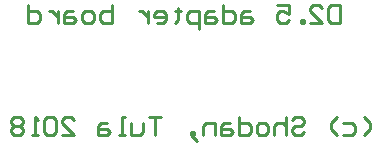
<source format=gbo>
G04 Layer_Color=32896*
%FSLAX25Y25*%
%MOIN*%
G70*
G01*
G75*
%ADD44C,0.01000*%
D44*
X129792Y11614D02*
X131791Y13613D01*
Y15613D01*
X129792Y17612D01*
X122794Y15613D02*
X125793D01*
X126793Y14613D01*
Y12614D01*
X125793Y11614D01*
X122794D01*
X120795D02*
X118796Y13613D01*
Y15613D01*
X120795Y17612D01*
X105800Y16612D02*
X106799Y17612D01*
X108799D01*
X109799Y16612D01*
Y15613D01*
X108799Y14613D01*
X106799D01*
X105800Y13613D01*
Y12614D01*
X106799Y11614D01*
X108799D01*
X109799Y12614D01*
X103800Y17612D02*
Y11614D01*
Y14613D01*
X102801Y15613D01*
X100801D01*
X99802Y14613D01*
Y11614D01*
X96803D02*
X94803D01*
X93804Y12614D01*
Y14613D01*
X94803Y15613D01*
X96803D01*
X97802Y14613D01*
Y12614D01*
X96803Y11614D01*
X87806Y17612D02*
Y11614D01*
X90805D01*
X91804Y12614D01*
Y14613D01*
X90805Y15613D01*
X87806D01*
X84807D02*
X82807D01*
X81808Y14613D01*
Y11614D01*
X84807D01*
X85806Y12614D01*
X84807Y13613D01*
X81808D01*
X79808Y11614D02*
Y15613D01*
X76809D01*
X75810Y14613D01*
Y11614D01*
X72810Y10615D02*
X71811Y11614D01*
Y12614D01*
X72810D01*
Y11614D01*
X71811D01*
X72810Y10615D01*
X73810Y9615D01*
X61814Y17612D02*
X57815D01*
X59815D01*
Y11614D01*
X55816Y15613D02*
Y12614D01*
X54816Y11614D01*
X51817D01*
Y15613D01*
X49818Y11614D02*
X47818D01*
X48818D01*
Y17612D01*
X49818D01*
X43820Y15613D02*
X41820D01*
X40821Y14613D01*
Y11614D01*
X43820D01*
X44820Y12614D01*
X43820Y13613D01*
X40821D01*
X28825Y11614D02*
X32823D01*
X28825Y15613D01*
Y16612D01*
X29824Y17612D01*
X31824D01*
X32823Y16612D01*
X26825D02*
X25826Y17612D01*
X23826D01*
X22827Y16612D01*
Y12614D01*
X23826Y11614D01*
X25826D01*
X26825Y12614D01*
Y16612D01*
X20827Y11614D02*
X18828D01*
X19828D01*
Y17612D01*
X20827Y16612D01*
X15829D02*
X14829Y17612D01*
X12830D01*
X11830Y16612D01*
Y15613D01*
X12830Y14613D01*
X11830Y13613D01*
Y12614D01*
X12830Y11614D01*
X14829D01*
X15829Y12614D01*
Y13613D01*
X14829Y14613D01*
X15829Y15613D01*
Y16612D01*
X14829Y14613D02*
X12830D01*
X121752Y54957D02*
Y48959D01*
X118753D01*
X117753Y49958D01*
Y53957D01*
X118753Y54957D01*
X121752D01*
X111755Y48959D02*
X115754D01*
X111755Y52957D01*
Y53957D01*
X112755Y54957D01*
X114754D01*
X115754Y53957D01*
X109756Y48959D02*
Y49958D01*
X108756D01*
Y48959D01*
X109756D01*
X100759Y54957D02*
X104757D01*
Y51958D01*
X102758Y52957D01*
X101758D01*
X100759Y51958D01*
Y49958D01*
X101758Y48959D01*
X103758D01*
X104757Y49958D01*
X91762Y52957D02*
X89762D01*
X88763Y51958D01*
Y48959D01*
X91762D01*
X92761Y49958D01*
X91762Y50958D01*
X88763D01*
X82765Y54957D02*
Y48959D01*
X85764D01*
X86763Y49958D01*
Y51958D01*
X85764Y52957D01*
X82765D01*
X79765D02*
X77766D01*
X76767Y51958D01*
Y48959D01*
X79765D01*
X80765Y49958D01*
X79765Y50958D01*
X76767D01*
X74767Y46959D02*
Y52957D01*
X71768D01*
X70768Y51958D01*
Y49958D01*
X71768Y48959D01*
X74767D01*
X67769Y53957D02*
Y52957D01*
X68769D01*
X66770D01*
X67769D01*
Y49958D01*
X66770Y48959D01*
X60772D02*
X62771D01*
X63771Y49958D01*
Y51958D01*
X62771Y52957D01*
X60772D01*
X59772Y51958D01*
Y50958D01*
X63771D01*
X57773Y52957D02*
Y48959D01*
Y50958D01*
X56773Y51958D01*
X55773Y52957D01*
X54774D01*
X45777Y54957D02*
Y48959D01*
X42777D01*
X41778Y49958D01*
Y50958D01*
Y51958D01*
X42777Y52957D01*
X45777D01*
X38779Y48959D02*
X36779D01*
X35780Y49958D01*
Y51958D01*
X36779Y52957D01*
X38779D01*
X39779Y51958D01*
Y49958D01*
X38779Y48959D01*
X32781Y52957D02*
X30781D01*
X29782Y51958D01*
Y48959D01*
X32781D01*
X33780Y49958D01*
X32781Y50958D01*
X29782D01*
X27782Y52957D02*
Y48959D01*
Y50958D01*
X26783Y51958D01*
X25783Y52957D01*
X24783D01*
X17786Y54957D02*
Y48959D01*
X20785D01*
X21784Y49958D01*
Y51958D01*
X20785Y52957D01*
X17786D01*
M02*

</source>
